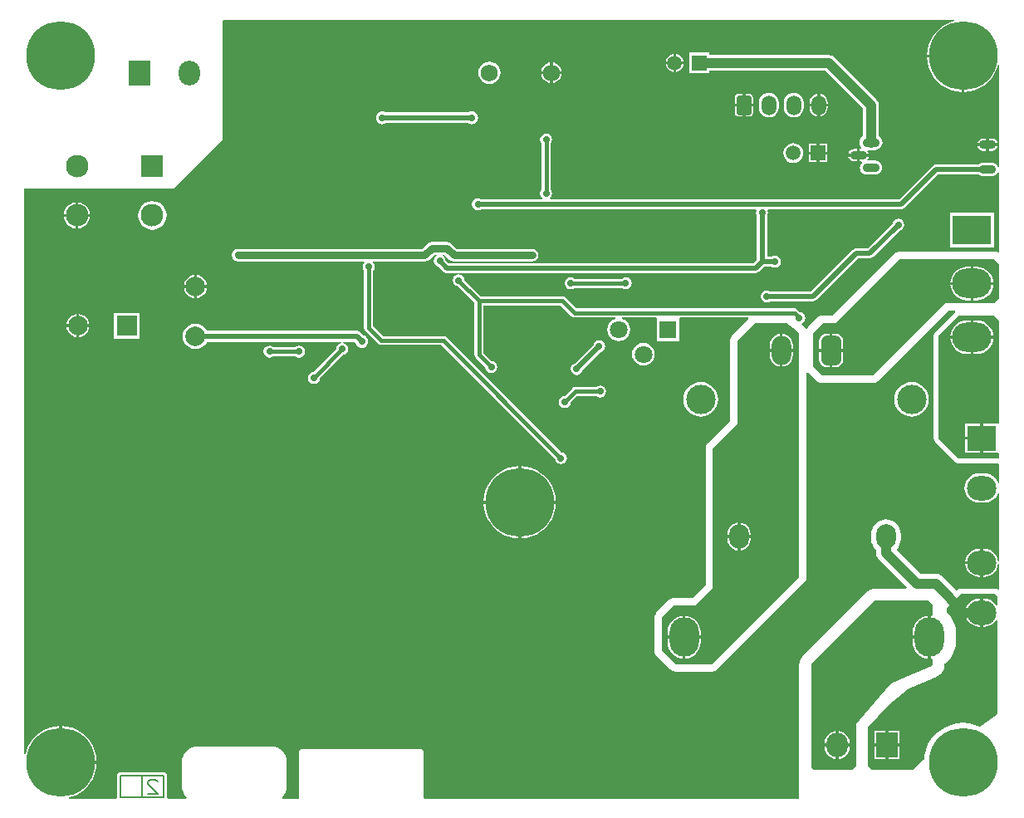
<source format=gbl>
G04 Layer_Physical_Order=2*
G04 Layer_Color=12500520*
%FSLAX43Y43*%
%MOMM*%
G71*
G01*
G75*
%ADD33C,1.000*%
%ADD34C,0.500*%
%ADD35C,0.400*%
%ADD36C,0.750*%
%ADD37C,0.200*%
%ADD45C,7.000*%
%ADD46C,3.000*%
%ADD47R,1.800X1.800*%
%ADD48C,1.800*%
%ADD49O,2.200X2.500*%
%ADD50R,2.200X2.500*%
G04:AMPARAMS|DCode=51|XSize=1.5mm|YSize=2mm|CornerRadius=0.225mm|HoleSize=0mm|Usage=FLASHONLY|Rotation=0.000|XOffset=0mm|YOffset=0mm|HoleType=Round|Shape=RoundedRectangle|*
%AMROUNDEDRECTD51*
21,1,1.500,1.550,0,0,0.0*
21,1,1.050,2.000,0,0,0.0*
1,1,0.450,0.525,-0.775*
1,1,0.450,-0.525,-0.775*
1,1,0.450,-0.525,0.775*
1,1,0.450,0.525,0.775*
%
%ADD51ROUNDEDRECTD51*%
%ADD52O,1.500X2.000*%
%ADD53O,1.750X0.900*%
%ADD54C,1.750*%
%ADD55R,3.000X2.500*%
%ADD56O,3.000X2.500*%
%ADD57R,4.000X3.000*%
%ADD58O,4.000X3.000*%
%ADD59C,2.300*%
%ADD60R,2.300X2.300*%
%ADD61O,3.000X4.000*%
%ADD62C,2.000*%
%ADD63O,2.000X3.000*%
G04:AMPARAMS|DCode=64|XSize=2mm|YSize=3mm|CornerRadius=0.5mm|HoleSize=0mm|Usage=FLASHONLY|Rotation=180.000|XOffset=0mm|YOffset=0mm|HoleType=Round|Shape=RoundedRectangle|*
%AMROUNDEDRECTD64*
21,1,2.000,2.000,0,0,180.0*
21,1,1.000,3.000,0,0,180.0*
1,1,1.000,-0.500,1.000*
1,1,1.000,0.500,1.000*
1,1,1.000,0.500,-1.000*
1,1,1.000,-0.500,-1.000*
%
%ADD64ROUNDEDRECTD64*%
%ADD65R,1.500X1.500*%
%ADD66C,1.500*%
%ADD67R,2.000X2.000*%
%ADD68O,2.000X2.500*%
%ADD69C,0.700*%
G36*
X149033Y113005D02*
X149033D01*
X149300Y112800D01*
X149300Y112800D01*
X149300Y112800D01*
Y108721D01*
X149300Y108721D01*
X149300D01*
Y87950D01*
X149294Y87903D01*
X149265Y87865D01*
X144600Y83200D01*
X140400Y79000D01*
X136700Y79000D01*
X135300Y80400D01*
X135300Y83750D01*
X135306Y83797D01*
X135335Y83835D01*
X136465Y84965D01*
X136503Y84994D01*
X136550Y85000D01*
X138700Y85000D01*
X140500Y86800D01*
X140500Y100950D01*
X140506Y100997D01*
X140535Y101035D01*
X142778Y103278D01*
X142778Y103278D01*
X142778Y103278D01*
X143000Y103500D01*
Y111950D01*
X143006Y111997D01*
X143035Y112035D01*
X144675Y113675D01*
X144675Y113675D01*
X144675Y113675D01*
X144675Y113675D01*
X144800Y113800D01*
X148000D01*
X149033Y113005D01*
D02*
G37*
G36*
X165140Y144573D02*
X164861Y144506D01*
X164326Y144285D01*
X163833Y143982D01*
X163393Y143607D01*
X163018Y143167D01*
X162715Y142674D01*
X162494Y142139D01*
X162359Y141577D01*
X162325Y141150D01*
X166000D01*
Y141000D01*
X166150D01*
Y137325D01*
X166577Y137359D01*
X167139Y137494D01*
X167674Y137715D01*
X168167Y138018D01*
X168607Y138393D01*
X168982Y138833D01*
X169285Y139326D01*
X169506Y139861D01*
X169573Y140140D01*
X169700Y140125D01*
Y129730D01*
X169573Y129705D01*
X169540Y129785D01*
X169427Y129932D01*
X169280Y130045D01*
X169109Y130116D01*
X168925Y130140D01*
X168075D01*
X167891Y130116D01*
X167720Y130045D01*
X167588Y129944D01*
X163230D01*
X163033Y129905D01*
X162867Y129793D01*
X159487Y126414D01*
X123939D01*
X123900Y126541D01*
X123935Y126565D01*
X124069Y126764D01*
X124116Y127000D01*
X124069Y127236D01*
X123963Y127394D01*
Y132106D01*
X124069Y132264D01*
X124116Y132500D01*
X124069Y132736D01*
X123935Y132935D01*
X123736Y133069D01*
X123500Y133116D01*
X123264Y133069D01*
X123065Y132935D01*
X122931Y132736D01*
X122884Y132500D01*
X122931Y132264D01*
X123037Y132106D01*
Y127394D01*
X122931Y127236D01*
X122884Y127000D01*
X122931Y126764D01*
X123065Y126565D01*
X123100Y126541D01*
X123061Y126414D01*
X116868D01*
X116786Y126469D01*
X116550Y126516D01*
X116314Y126469D01*
X116115Y126335D01*
X115981Y126136D01*
X115934Y125900D01*
X115981Y125664D01*
X116115Y125465D01*
X116314Y125331D01*
X116550Y125284D01*
X116786Y125331D01*
X116868Y125386D01*
X144897D01*
X144957Y125274D01*
X144931Y125236D01*
X144884Y125000D01*
X144931Y124764D01*
X144986Y124682D01*
Y120238D01*
X144662Y119914D01*
X113563D01*
X113238Y120238D01*
X113219Y120336D01*
X113085Y120535D01*
X112941Y120632D01*
X112980Y120759D01*
X113134D01*
X113646Y120246D01*
X113855Y120107D01*
X114100Y120059D01*
X122050D01*
X122295Y120107D01*
X122503Y120246D01*
X122642Y120455D01*
X122691Y120700D01*
X122642Y120945D01*
X122503Y121153D01*
X122295Y121292D01*
X122050Y121341D01*
X114366D01*
X113853Y121853D01*
X113645Y121992D01*
X113400Y122041D01*
X111800D01*
X111555Y121992D01*
X111346Y121853D01*
X110834Y121341D01*
X92100D01*
X91855Y121292D01*
X91646Y121153D01*
X91507Y120945D01*
X91459Y120700D01*
X91507Y120455D01*
X91646Y120246D01*
X91855Y120107D01*
X92100Y120059D01*
X104929D01*
X104935Y120039D01*
X104959Y119932D01*
X104831Y119741D01*
X104784Y119505D01*
X104831Y119269D01*
X104937Y119111D01*
Y113300D01*
X104937Y113300D01*
X104972Y113123D01*
X105073Y112973D01*
X106373Y111673D01*
X106373Y111673D01*
X106523Y111572D01*
X106700Y111537D01*
X106700Y111537D01*
X112808D01*
X124394Y99952D01*
X124431Y99764D01*
X124565Y99565D01*
X124764Y99431D01*
X125000Y99384D01*
X125236Y99431D01*
X125435Y99565D01*
X125569Y99764D01*
X125616Y100000D01*
X125569Y100236D01*
X125435Y100435D01*
X125236Y100569D01*
X125048Y100606D01*
X113327Y112327D01*
X113177Y112428D01*
X113177D01*
X113177Y112428D01*
X113000Y112463D01*
X113000Y112463D01*
X106892D01*
X105863Y113492D01*
Y119111D01*
X105969Y119269D01*
X106016Y119505D01*
X105969Y119741D01*
X105841Y119932D01*
X105865Y120039D01*
X105871Y120059D01*
X111100D01*
X111345Y120107D01*
X111553Y120246D01*
X112066Y120759D01*
X112320D01*
X112359Y120632D01*
X112215Y120535D01*
X112081Y120336D01*
X112034Y120100D01*
X112081Y119864D01*
X112215Y119665D01*
X112414Y119531D01*
X112512Y119512D01*
X112987Y119037D01*
X113153Y118925D01*
X113350Y118886D01*
X144875D01*
X145072Y118925D01*
X145238Y119037D01*
X145713Y119511D01*
X146482D01*
X146564Y119456D01*
X146800Y119409D01*
X147036Y119456D01*
X147235Y119590D01*
X147369Y119789D01*
X147416Y120025D01*
X147369Y120261D01*
X147235Y120460D01*
X147036Y120594D01*
X146800Y120641D01*
X146564Y120594D01*
X146482Y120539D01*
X146014D01*
Y124682D01*
X146069Y124764D01*
X146116Y125000D01*
X146069Y125236D01*
X146043Y125274D01*
X146103Y125386D01*
X159700D01*
X159897Y125425D01*
X160063Y125537D01*
X163443Y128916D01*
X167588D01*
X167720Y128815D01*
X167891Y128744D01*
X168075Y128720D01*
X168925D01*
X169109Y128744D01*
X169280Y128815D01*
X169427Y128928D01*
X169540Y129075D01*
X169573Y129155D01*
X169700Y129130D01*
Y121005D01*
X169586Y120949D01*
X169578Y120955D01*
X169396Y121031D01*
X169200Y121056D01*
X159500D01*
X159304Y121031D01*
X159251Y121009D01*
X159122Y120955D01*
X158965Y120835D01*
X152687Y114556D01*
X151700D01*
X151504Y114531D01*
X151451Y114509D01*
X151322Y114455D01*
X151165Y114335D01*
X150165Y113335D01*
X150076Y113219D01*
X150048Y113209D01*
X149952Y113209D01*
X149925Y113218D01*
X149900Y113260D01*
X149900Y113260D01*
X149900Y113261D01*
X149900Y113261D01*
X149866Y113295D01*
X149837Y113333D01*
X149837Y113333D01*
X149836Y113334D01*
X149835Y113335D01*
X149796Y113365D01*
X149761Y113400D01*
X149506Y113596D01*
X149505Y113649D01*
X149523Y113729D01*
X149536Y113731D01*
X149735Y113865D01*
X149869Y114064D01*
X149916Y114300D01*
X149869Y114536D01*
X149735Y114735D01*
X149536Y114869D01*
X149348Y114906D01*
X149127Y115127D01*
X148977Y115228D01*
X148800Y115263D01*
X148800Y115263D01*
X126592D01*
X125477Y116377D01*
X125327Y116478D01*
X125150Y116513D01*
X125150Y116513D01*
X116852D01*
X115181Y118183D01*
X115144Y118371D01*
X115010Y118570D01*
X114811Y118704D01*
X114575Y118751D01*
X114339Y118704D01*
X114140Y118570D01*
X114006Y118371D01*
X113959Y118135D01*
X114006Y117899D01*
X114140Y117700D01*
X114339Y117566D01*
X114527Y117529D01*
X116197Y115858D01*
Y110540D01*
X116197Y110540D01*
X116232Y110363D01*
X116333Y110213D01*
X117294Y109252D01*
X117331Y109064D01*
X117465Y108865D01*
X117664Y108731D01*
X117900Y108684D01*
X118136Y108731D01*
X118335Y108865D01*
X118469Y109064D01*
X118516Y109300D01*
X118469Y109536D01*
X118335Y109735D01*
X118136Y109869D01*
X117948Y109906D01*
X117123Y110732D01*
Y115587D01*
X124958D01*
X126073Y114473D01*
X126073Y114473D01*
X126223Y114372D01*
X126400Y114337D01*
X130539D01*
X130564Y114210D01*
X130318Y114108D01*
X130077Y113923D01*
X129892Y113682D01*
X129776Y113401D01*
X129736Y113100D01*
X129776Y112799D01*
X129892Y112518D01*
X130077Y112277D01*
X130318Y112092D01*
X130599Y111976D01*
X130900Y111936D01*
X131201Y111976D01*
X131482Y112092D01*
X131723Y112277D01*
X131908Y112518D01*
X132024Y112799D01*
X132064Y113100D01*
X132024Y113401D01*
X131908Y113682D01*
X131723Y113923D01*
X131482Y114108D01*
X131236Y114210D01*
X131261Y114337D01*
X134653D01*
X134746Y114254D01*
X134746Y114210D01*
Y111946D01*
X137054D01*
Y114210D01*
X137054Y114254D01*
X137147Y114337D01*
X137147Y114337D01*
X144088D01*
X144140Y114210D01*
X144140Y114210D01*
X142500Y112570D01*
X142470Y112531D01*
X142435Y112496D01*
X142406Y112458D01*
X142381Y112415D01*
X142380Y112413D01*
X142379Y112411D01*
X142307Y112287D01*
X142270Y112148D01*
X142269Y112146D01*
X142269Y112144D01*
X142256Y112096D01*
X142250Y112049D01*
Y112000D01*
X142244Y111950D01*
Y103813D01*
X142244Y103813D01*
X140000Y101570D01*
X139970Y101531D01*
X139935Y101496D01*
X139906Y101458D01*
X139881Y101415D01*
X139880Y101413D01*
X139879Y101411D01*
X139807Y101287D01*
X139770Y101148D01*
X139769Y101146D01*
X139769Y101144D01*
X139756Y101096D01*
X139750Y101049D01*
Y101000D01*
X139744Y100950D01*
X139744Y87113D01*
X138387Y85756D01*
X136550Y85756D01*
X136500Y85750D01*
X136451D01*
X136404Y85744D01*
X136404D01*
X136404D01*
X136404Y85744D01*
X136356Y85731D01*
X136354Y85731D01*
X136352Y85730D01*
X136320Y85721D01*
X136213Y85693D01*
X136213Y85693D01*
X136213Y85693D01*
X136130Y85645D01*
X136089Y85621D01*
X136087Y85620D01*
X136085Y85619D01*
X136042Y85594D01*
X136004Y85565D01*
X135969Y85530D01*
X135930Y85500D01*
X134800Y84370D01*
X134770Y84331D01*
X134735Y84296D01*
X134706Y84258D01*
X134706Y84258D01*
X134706Y84258D01*
X134681Y84215D01*
X134680Y84213D01*
X134679Y84211D01*
X134664Y84184D01*
X134607Y84087D01*
X134607Y84087D01*
X134602Y84068D01*
X134570Y83948D01*
X134569Y83946D01*
X134569Y83944D01*
X134556Y83896D01*
Y83896D01*
X134556Y83896D01*
X134550Y83849D01*
X134550Y83800D01*
X134544Y83750D01*
X134544Y80400D01*
Y80400D01*
Y80400D01*
X134569Y80204D01*
X134645Y80022D01*
X134765Y79865D01*
X136165Y78465D01*
X136274Y78381D01*
X136322Y78345D01*
X136322Y78345D01*
X136353Y78332D01*
X136504Y78269D01*
X136700Y78244D01*
X140400Y78244D01*
X140596Y78269D01*
X140671Y78301D01*
X140778Y78345D01*
X140935Y78465D01*
X145135Y82665D01*
X149800Y87330D01*
X149830Y87369D01*
X149865Y87404D01*
X149894Y87442D01*
X149894Y87442D01*
X149894Y87442D01*
X149919Y87485D01*
X149920Y87487D01*
X149921Y87489D01*
X149957Y87550D01*
X149993Y87613D01*
Y87613D01*
X149993Y87613D01*
X150030Y87752D01*
X150031Y87754D01*
X150031Y87756D01*
X150044Y87804D01*
X150050Y87851D01*
Y87900D01*
X150056Y87950D01*
Y108698D01*
X150111Y108732D01*
X150183Y108747D01*
X151065Y107865D01*
X151222Y107745D01*
X151404Y107669D01*
X151600Y107644D01*
X156800D01*
X156996Y107669D01*
X157049Y107691D01*
X157178Y107745D01*
X157335Y107865D01*
X164513Y115044D01*
X165185D01*
X165223Y114917D01*
X165139Y114860D01*
X163139Y112860D01*
X163029Y112695D01*
X162990Y112500D01*
X162990Y102000D01*
X163023Y101837D01*
X163029Y101805D01*
X163140Y101640D01*
X165140Y99640D01*
X165305Y99529D01*
X165500Y99490D01*
X169573Y99490D01*
X169700Y99363D01*
Y97469D01*
X169573Y97450D01*
X169546Y97538D01*
X169407Y97800D01*
X169219Y98029D01*
X168990Y98217D01*
X168728Y98356D01*
X168445Y98442D01*
X168150Y98471D01*
X167650D01*
X167355Y98442D01*
X167072Y98356D01*
X166810Y98217D01*
X166581Y98029D01*
X166393Y97800D01*
X166254Y97538D01*
X166168Y97255D01*
X166139Y96960D01*
X166168Y96665D01*
X166254Y96382D01*
X166393Y96120D01*
X166581Y95891D01*
X166810Y95703D01*
X167072Y95564D01*
X167355Y95478D01*
X167650Y95449D01*
X168150D01*
X168445Y95478D01*
X168728Y95564D01*
X168990Y95703D01*
X169219Y95891D01*
X169407Y96120D01*
X169546Y96382D01*
X169573Y96470D01*
X169700Y96451D01*
Y89457D01*
X169573Y89449D01*
X169538Y89712D01*
X169395Y90059D01*
X169166Y90356D01*
X168869Y90585D01*
X168522Y90728D01*
X168150Y90777D01*
X168050D01*
Y89340D01*
Y87903D01*
X168150D01*
X168522Y87952D01*
X168869Y88095D01*
X169166Y88324D01*
X169395Y88621D01*
X169538Y88968D01*
X169573Y89231D01*
X169700Y89223D01*
Y86700D01*
X169560Y86560D01*
X169560Y86560D01*
X169395Y86671D01*
X169200Y86710D01*
X165800D01*
X165605Y86671D01*
X165440Y86560D01*
X165379Y86500D01*
X165326D01*
X163913Y87913D01*
X163704Y88073D01*
X163461Y88174D01*
X163200Y88209D01*
X161718D01*
X159228Y90699D01*
X159403Y90913D01*
X159543Y91173D01*
X159628Y91456D01*
X159657Y91750D01*
Y92250D01*
X159628Y92544D01*
X159543Y92827D01*
X159403Y93087D01*
X159216Y93316D01*
X158987Y93503D01*
X158727Y93643D01*
X158444Y93728D01*
X158150Y93757D01*
X157856Y93728D01*
X157573Y93643D01*
X157313Y93503D01*
X157084Y93316D01*
X156897Y93087D01*
X156757Y92827D01*
X156672Y92544D01*
X156643Y92250D01*
Y91750D01*
X156672Y91456D01*
X156757Y91173D01*
X156897Y90913D01*
X157084Y90684D01*
X157141Y90637D01*
Y90350D01*
X157176Y90089D01*
X157277Y89846D01*
X157437Y89637D01*
X160246Y86828D01*
X160212Y86745D01*
X160184Y86710D01*
X157079Y86710D01*
X157001Y86700D01*
X156921D01*
X156846Y86690D01*
X156769Y86670D01*
X156766Y86669D01*
X156763Y86668D01*
X156541Y86608D01*
X156342Y86493D01*
X156339Y86492D01*
X156336Y86490D01*
X156267Y86450D01*
X156207Y86404D01*
X156151Y86348D01*
X156088Y86300D01*
X154545Y84757D01*
X154545Y84757D01*
X149700Y79912D01*
X149678Y79883D01*
X149650Y79859D01*
X149642Y79847D01*
X149632Y79838D01*
X149574Y79747D01*
X149508Y79661D01*
X149494Y79628D01*
X149474Y79597D01*
X149469Y79584D01*
X149461Y79572D01*
X149408Y79459D01*
X149399Y79431D01*
X149385Y79406D01*
X149352Y79286D01*
X149331Y79234D01*
X149327Y79206D01*
X149312Y79158D01*
X149310Y79129D01*
X149303Y79101D01*
X149300Y79079D01*
X149300Y78999D01*
X149290Y78921D01*
Y68579D01*
Y68500D01*
Y68500D01*
Y68500D01*
X149300Y68421D01*
Y65300D01*
X111162D01*
X111035Y65427D01*
Y70000D01*
X111010Y70128D01*
X110937Y70237D01*
X110828Y70310D01*
X110700Y70335D01*
X98600D01*
X98472Y70310D01*
X98363Y70237D01*
X98290Y70128D01*
X98265Y70000D01*
Y65300D01*
X98265Y65300D01*
X96604D01*
X96562Y65420D01*
X96572Y65428D01*
X96769Y65668D01*
X96916Y65943D01*
X97006Y66240D01*
X97037Y66550D01*
X97035D01*
Y69050D01*
X97037D01*
X97006Y69360D01*
X96916Y69657D01*
X96769Y69931D01*
X96572Y70172D01*
X96331Y70369D01*
X96057Y70516D01*
X95760Y70606D01*
X95450Y70637D01*
Y70635D01*
X87950D01*
Y70637D01*
X87640Y70606D01*
X87343Y70516D01*
X87068Y70369D01*
X86828Y70172D01*
X86631Y69931D01*
X86484Y69657D01*
X86394Y69360D01*
X86363Y69050D01*
X86365D01*
Y66550D01*
X86363D01*
X86394Y66240D01*
X86484Y65943D01*
X86631Y65668D01*
X86828Y65428D01*
X86838Y65420D01*
X86796Y65300D01*
X84941D01*
X84901Y65349D01*
X84861Y65427D01*
Y67600D01*
X84833Y67738D01*
X84755Y67855D01*
X84638Y67933D01*
X84500Y67961D01*
X80100D01*
X79962Y67933D01*
X79845Y67855D01*
X79767Y67738D01*
X79739Y67600D01*
Y65400D01*
X79739Y65398D01*
X79659Y65300D01*
X74875D01*
X74860Y65427D01*
X75139Y65494D01*
X75674Y65715D01*
X76167Y66018D01*
X76607Y66393D01*
X76982Y66833D01*
X77285Y67326D01*
X77506Y67861D01*
X77641Y68423D01*
X77675Y68850D01*
X74000D01*
Y69000D01*
X73850D01*
Y72675D01*
X73423Y72641D01*
X72861Y72506D01*
X72326Y72285D01*
X71833Y71982D01*
X71393Y71607D01*
X71018Y71167D01*
X70715Y70674D01*
X70494Y70139D01*
X70427Y69860D01*
X70300Y69875D01*
X70300Y127500D01*
X85500Y127500D01*
X90500Y132500D01*
X90500Y144610D01*
X90590Y144700D01*
X165125Y144700D01*
X165140Y144573D01*
D02*
G37*
G36*
X169500Y85900D02*
Y85039D01*
X169373Y85007D01*
X169166Y85276D01*
X168869Y85505D01*
X168522Y85648D01*
X168150Y85697D01*
X168050D01*
Y84260D01*
Y82823D01*
X168150D01*
X168522Y82872D01*
X168869Y83015D01*
X169166Y83244D01*
X169373Y83513D01*
X169500Y83481D01*
X169500Y73860D01*
X167723Y72616D01*
X167240Y72816D01*
X166628Y72963D01*
X166000Y73012D01*
X165372Y72963D01*
X164760Y72816D01*
X164178Y72575D01*
X163642Y72246D01*
X163163Y71837D01*
X162754Y71358D01*
X162425Y70822D01*
X162184Y70240D01*
X162037Y69628D01*
X162008Y69264D01*
X161900Y69200D01*
X160900Y68200D01*
X156700D01*
X156300Y68600D01*
Y72000D01*
Y72000D01*
X156310Y72079D01*
Y72079D01*
Y72499D01*
Y72499D01*
Y72536D01*
X158404Y74862D01*
X160397Y76439D01*
X160695Y76574D01*
X163285Y77746D01*
X163296Y77752D01*
X163363Y77783D01*
X163405Y77809D01*
X163420Y77814D01*
X163420Y77814D01*
X163450Y77835D01*
X163484Y77849D01*
X163532Y77886D01*
X163601Y77925D01*
X163608Y77931D01*
X163615Y77936D01*
X163624Y77945D01*
X163632Y77950D01*
X163651Y77970D01*
X163682Y77991D01*
X163700Y78012D01*
X163717Y78024D01*
X163724Y78033D01*
X163735Y78041D01*
X163745Y78051D01*
X163793Y78114D01*
X163839Y78160D01*
X163860Y78197D01*
X163889Y78230D01*
X163894Y78240D01*
X163917Y78269D01*
X163925Y78286D01*
X163937Y78302D01*
X163969Y78378D01*
X163996Y78422D01*
X164015Y78484D01*
X164047Y78557D01*
X164052Y78570D01*
X164054Y78583D01*
X164058Y78593D01*
X164064Y78638D01*
X164069Y78651D01*
X164072Y78675D01*
X164087Y78725D01*
X164094Y78768D01*
X164097Y78848D01*
X164103Y78882D01*
X164102Y78884D01*
X164110Y78931D01*
X164110Y78932D01*
X164108Y78948D01*
X164110Y78964D01*
Y79040D01*
X164142Y79059D01*
X164465Y79335D01*
X164741Y79658D01*
X164963Y80020D01*
X165126Y80413D01*
X165225Y80826D01*
X165258Y81250D01*
Y82250D01*
X165225Y82674D01*
X165126Y83087D01*
X164963Y83480D01*
X164741Y83842D01*
X164465Y84165D01*
X164300Y84306D01*
X164300Y84700D01*
X165800Y86200D01*
X169200D01*
X169500Y85900D01*
D02*
G37*
G36*
X169700Y119800D02*
Y116300D01*
X169200Y115800D01*
X164200Y115800D01*
X156800Y108400D01*
X151600D01*
X150700Y109300D01*
Y112800D01*
X151700Y113800D01*
X153000D01*
X159500Y120300D01*
X169200D01*
X169700Y119800D01*
D02*
G37*
G36*
Y114000D02*
Y103555D01*
X169600Y103490D01*
X169573Y103490D01*
X168050D01*
Y102040D01*
Y100590D01*
X169573D01*
X169600Y100590D01*
X169700Y100525D01*
Y100000D01*
X165500Y100000D01*
X163500Y102000D01*
X163500Y112500D01*
X165500Y114500D01*
X169200Y114500D01*
X169700Y114000D01*
D02*
G37*
G36*
X160197Y85500D02*
X160197D01*
X161217D01*
X161300Y85492D01*
X162492D01*
X162900Y85084D01*
Y84022D01*
X162773Y83911D01*
X162700Y83918D01*
Y81750D01*
Y79582D01*
X162773Y79589D01*
X162900Y79478D01*
Y79040D01*
Y78964D01*
X162900Y78964D01*
X162893Y78920D01*
X162889Y78907D01*
X162879Y78897D01*
X162879Y78897D01*
X162871Y78891D01*
X162864Y78886D01*
X162797Y78855D01*
X162786Y78849D01*
X160196Y77677D01*
X158700Y77000D01*
X157505Y75672D01*
X157505Y75672D01*
X155411Y73345D01*
X155411Y73345D01*
X155100Y73000D01*
Y72536D01*
Y72536D01*
Y72499D01*
Y72499D01*
Y72079D01*
Y72079D01*
X155090Y72000D01*
Y72000D01*
Y68600D01*
X155091Y68591D01*
X154700Y68200D01*
X150800D01*
X150500Y68500D01*
Y68579D01*
Y78921D01*
X150503Y78943D01*
X150556Y79056D01*
X150556D01*
X150556Y79056D01*
X155401Y83901D01*
X156944Y85444D01*
X157004Y85490D01*
X157079Y85500D01*
X160197Y85500D01*
D02*
G37*
%LPC*%
G36*
X128900Y112016D02*
X128664Y111969D01*
X128465Y111835D01*
X128331Y111636D01*
X128312Y111538D01*
X126462Y109688D01*
X126364Y109669D01*
X126165Y109535D01*
X126031Y109336D01*
X125984Y109100D01*
X126031Y108864D01*
X126165Y108665D01*
X126364Y108531D01*
X126600Y108484D01*
X126836Y108531D01*
X127035Y108665D01*
X127169Y108864D01*
X127188Y108962D01*
X129038Y110812D01*
X129136Y110831D01*
X129335Y110965D01*
X129469Y111164D01*
X129516Y111400D01*
X129469Y111636D01*
X129335Y111835D01*
X129136Y111969D01*
X128900Y112016D01*
D02*
G37*
G36*
X153746Y110850D02*
X152690D01*
Y109294D01*
X153040D01*
X153223Y109318D01*
X153393Y109389D01*
X153539Y109501D01*
X153651Y109647D01*
X153722Y109817D01*
X153746Y110000D01*
Y110850D01*
D02*
G37*
G36*
X152390D02*
X151334D01*
Y110000D01*
X151358Y109817D01*
X151429Y109647D01*
X151541Y109501D01*
X151687Y109389D01*
X151857Y109318D01*
X152040Y109294D01*
X152390D01*
Y110850D01*
D02*
G37*
G36*
X167750Y103490D02*
X166200D01*
Y102190D01*
X167750D01*
Y103490D01*
D02*
G37*
G36*
Y101890D02*
X166200D01*
Y100590D01*
X167750D01*
Y101890D01*
D02*
G37*
G36*
X139250Y107762D02*
X138906Y107729D01*
X138576Y107628D01*
X138271Y107465D01*
X138004Y107246D01*
X137785Y106979D01*
X137622Y106674D01*
X137521Y106344D01*
X137488Y106000D01*
X137521Y105656D01*
X137622Y105326D01*
X137785Y105021D01*
X138004Y104754D01*
X138271Y104535D01*
X138576Y104372D01*
X138906Y104271D01*
X139250Y104238D01*
X139594Y104271D01*
X139924Y104372D01*
X140229Y104535D01*
X140496Y104754D01*
X140715Y105021D01*
X140878Y105326D01*
X140979Y105656D01*
X141012Y106000D01*
X140979Y106344D01*
X140878Y106674D01*
X140715Y106979D01*
X140496Y107246D01*
X140229Y107465D01*
X139924Y107628D01*
X139594Y107729D01*
X139250Y107762D01*
D02*
G37*
G36*
X129000Y107416D02*
X128764Y107369D01*
X128606Y107263D01*
X126450D01*
X126450Y107263D01*
X126273Y107228D01*
X126123Y107127D01*
X126123Y107127D01*
X125352Y106356D01*
X125164Y106319D01*
X124965Y106185D01*
X124831Y105986D01*
X124784Y105750D01*
X124831Y105514D01*
X124965Y105315D01*
X125164Y105181D01*
X125400Y105134D01*
X125636Y105181D01*
X125835Y105315D01*
X125969Y105514D01*
X126006Y105702D01*
X126642Y106337D01*
X128606D01*
X128764Y106231D01*
X129000Y106184D01*
X129236Y106231D01*
X129435Y106365D01*
X129569Y106564D01*
X129616Y106800D01*
X129569Y107036D01*
X129435Y107235D01*
X129236Y107369D01*
X129000Y107416D01*
D02*
G37*
G36*
X160750Y107762D02*
X160406Y107729D01*
X160076Y107628D01*
X159771Y107465D01*
X159504Y107246D01*
X159285Y106979D01*
X159122Y106674D01*
X159021Y106344D01*
X158988Y106000D01*
X159021Y105656D01*
X159122Y105326D01*
X159285Y105021D01*
X159504Y104754D01*
X159771Y104535D01*
X160076Y104372D01*
X160406Y104271D01*
X160750Y104238D01*
X161094Y104271D01*
X161424Y104372D01*
X161729Y104535D01*
X161996Y104754D01*
X162215Y105021D01*
X162378Y105326D01*
X162479Y105656D01*
X162512Y106000D01*
X162479Y106344D01*
X162378Y106674D01*
X162215Y106979D01*
X161996Y107246D01*
X161729Y107465D01*
X161424Y107628D01*
X161094Y107729D01*
X160750Y107762D01*
D02*
G37*
G36*
X148645Y110850D02*
X147610D01*
Y109335D01*
X147767Y109355D01*
X148053Y109474D01*
X148298Y109662D01*
X148486Y109907D01*
X148605Y110193D01*
X148645Y110500D01*
Y110850D01*
D02*
G37*
G36*
X98300Y111491D02*
X98064Y111444D01*
X97906Y111338D01*
X95694D01*
X95536Y111444D01*
X95300Y111491D01*
X95064Y111444D01*
X94865Y111310D01*
X94731Y111111D01*
X94684Y110875D01*
X94731Y110639D01*
X94865Y110440D01*
X95064Y110306D01*
X95300Y110259D01*
X95536Y110306D01*
X95694Y110412D01*
X97906D01*
X98064Y110306D01*
X98300Y110259D01*
X98536Y110306D01*
X98735Y110440D01*
X98869Y110639D01*
X98916Y110875D01*
X98869Y111111D01*
X98735Y111310D01*
X98536Y111444D01*
X98300Y111491D01*
D02*
G37*
G36*
X87750Y113731D02*
X87411Y113687D01*
X87094Y113556D01*
X86823Y113347D01*
X86614Y113076D01*
X86483Y112759D01*
X86439Y112420D01*
X86483Y112081D01*
X86614Y111764D01*
X86823Y111493D01*
X87094Y111284D01*
X87411Y111153D01*
X87750Y111109D01*
X88089Y111153D01*
X88406Y111284D01*
X88677Y111493D01*
X88886Y111764D01*
X88925Y111859D01*
X102644D01*
X102656Y111742D01*
X102656Y111736D01*
X102657Y111733D01*
X102657Y111732D01*
X102623Y111725D01*
X102623D01*
X102623D01*
X102464Y111694D01*
X102265Y111560D01*
X102131Y111361D01*
X102088Y111142D01*
X99752Y108806D01*
X99564Y108769D01*
X99365Y108635D01*
X99231Y108436D01*
X99184Y108200D01*
X99231Y107964D01*
X99365Y107765D01*
X99564Y107631D01*
X99800Y107584D01*
X100036Y107631D01*
X100235Y107765D01*
X100369Y107964D01*
X100406Y108152D01*
X102780Y110525D01*
X102936Y110556D01*
X103135Y110690D01*
X103269Y110889D01*
X103316Y111125D01*
X103269Y111361D01*
X103135Y111560D01*
X102936Y111694D01*
X102777Y111725D01*
Y111725D01*
X102777Y111725D01*
X102743Y111732D01*
X102743Y111733D01*
X102744Y111736D01*
X102744Y111742D01*
X102756Y111859D01*
X103948D01*
X104065Y111742D01*
X104067Y111730D01*
X104132Y111572D01*
X104236Y111436D01*
X104372Y111332D01*
X104530Y111267D01*
X104700Y111244D01*
X104870Y111267D01*
X105028Y111332D01*
X105164Y111436D01*
X105268Y111572D01*
X105333Y111730D01*
X105356Y111900D01*
X105333Y112070D01*
X105268Y112228D01*
X105164Y112364D01*
X105028Y112468D01*
X104870Y112533D01*
X104858Y112535D01*
X104577Y112816D01*
X104395Y112938D01*
X104180Y112981D01*
X88925D01*
X88886Y113076D01*
X88677Y113347D01*
X88406Y113556D01*
X88089Y113687D01*
X87750Y113731D01*
D02*
G37*
G36*
X153040Y112706D02*
X152690D01*
Y111150D01*
X153746D01*
Y112000D01*
X153722Y112183D01*
X153651Y112353D01*
X153539Y112499D01*
X153393Y112611D01*
X153223Y112682D01*
X153040Y112706D01*
D02*
G37*
G36*
X75600Y113350D02*
X74585D01*
X74605Y113193D01*
X74724Y112907D01*
X74912Y112662D01*
X75157Y112474D01*
X75443Y112355D01*
X75600Y112335D01*
Y113350D01*
D02*
G37*
G36*
X76915D02*
X75900D01*
Y112335D01*
X76057Y112355D01*
X76343Y112474D01*
X76588Y112662D01*
X76776Y112907D01*
X76895Y113193D01*
X76915Y113350D01*
D02*
G37*
G36*
X82050Y114800D02*
X79450D01*
Y112200D01*
X82050D01*
Y114800D01*
D02*
G37*
G36*
X147610Y112665D02*
Y111150D01*
X148645D01*
Y111500D01*
X148605Y111807D01*
X148486Y112093D01*
X148298Y112338D01*
X148053Y112526D01*
X147767Y112645D01*
X147610Y112665D01*
D02*
G37*
G36*
X166750Y112189D02*
X164707D01*
X164725Y112006D01*
X164822Y111685D01*
X164980Y111390D01*
X165192Y111131D01*
X165451Y110919D01*
X165746Y110761D01*
X166067Y110664D01*
X166400Y110631D01*
X166750D01*
Y112189D01*
D02*
G37*
G36*
X133400Y111764D02*
X133099Y111724D01*
X132818Y111608D01*
X132577Y111423D01*
X132392Y111182D01*
X132276Y110901D01*
X132236Y110600D01*
X132276Y110299D01*
X132392Y110018D01*
X132577Y109777D01*
X132818Y109592D01*
X133099Y109476D01*
X133400Y109436D01*
X133701Y109476D01*
X133982Y109592D01*
X134223Y109777D01*
X134408Y110018D01*
X134524Y110299D01*
X134564Y110600D01*
X134524Y110901D01*
X134408Y111182D01*
X134223Y111423D01*
X133982Y111608D01*
X133701Y111724D01*
X133400Y111764D01*
D02*
G37*
G36*
X147310Y110850D02*
X146275D01*
Y110500D01*
X146315Y110193D01*
X146434Y109907D01*
X146622Y109662D01*
X146867Y109474D01*
X147153Y109355D01*
X147310Y109335D01*
Y110850D01*
D02*
G37*
G36*
Y112665D02*
X147153Y112645D01*
X146867Y112526D01*
X146622Y112338D01*
X146434Y112093D01*
X146315Y111807D01*
X146275Y111500D01*
Y111150D01*
X147310D01*
Y112665D01*
D02*
G37*
G36*
X152390Y112706D02*
X152040D01*
X151857Y112682D01*
X151687Y112611D01*
X151541Y112499D01*
X151429Y112353D01*
X151358Y112183D01*
X151334Y112000D01*
Y111150D01*
X152390D01*
Y112706D01*
D02*
G37*
G36*
X169093Y112189D02*
X167050D01*
Y110631D01*
X167400D01*
X167733Y110664D01*
X168054Y110761D01*
X168349Y110919D01*
X168608Y111131D01*
X168820Y111390D01*
X168978Y111685D01*
X169075Y112006D01*
X169093Y112189D01*
D02*
G37*
G36*
X120950Y99175D02*
Y95650D01*
X124475D01*
X124441Y96077D01*
X124306Y96639D01*
X124085Y97174D01*
X123782Y97667D01*
X123407Y98107D01*
X122967Y98482D01*
X122474Y98785D01*
X121939Y99006D01*
X121377Y99141D01*
X120950Y99175D01*
D02*
G37*
G36*
X137400Y81600D02*
X135867D01*
Y81250D01*
X135899Y80922D01*
X135995Y80606D01*
X136151Y80315D01*
X136360Y80060D01*
X136615Y79851D01*
X136906Y79695D01*
X137222Y79599D01*
X137400Y79582D01*
Y81600D01*
D02*
G37*
G36*
X153320Y72166D02*
Y70900D01*
X154456D01*
X154412Y71233D01*
X154284Y71543D01*
X154079Y71809D01*
X153813Y72014D01*
X153503Y72142D01*
X153320Y72166D01*
D02*
G37*
G36*
X159525Y72175D02*
X158400D01*
Y70900D01*
X159525D01*
Y72175D01*
D02*
G37*
G36*
X137400Y83918D02*
X137222Y83901D01*
X136906Y83805D01*
X136615Y83649D01*
X136360Y83440D01*
X136151Y83185D01*
X135995Y82894D01*
X135899Y82578D01*
X135867Y82250D01*
Y81900D01*
X137400D01*
Y83918D01*
D02*
G37*
G36*
X162400Y81600D02*
X160867D01*
Y81250D01*
X160899Y80922D01*
X160995Y80606D01*
X161151Y80315D01*
X161360Y80060D01*
X161615Y79851D01*
X161906Y79695D01*
X162222Y79599D01*
X162400Y79582D01*
Y81600D01*
D02*
G37*
G36*
X139233D02*
X137700D01*
Y79582D01*
X137878Y79599D01*
X138194Y79695D01*
X138485Y79851D01*
X138740Y80060D01*
X138949Y80315D01*
X139105Y80606D01*
X139201Y80922D01*
X139233Y81250D01*
Y81600D01*
D02*
G37*
G36*
X158100Y72175D02*
X156975D01*
Y70900D01*
X158100D01*
Y72175D01*
D02*
G37*
G36*
X159525Y70600D02*
X158400D01*
Y69325D01*
X159525D01*
Y70600D01*
D02*
G37*
G36*
X158100D02*
X156975D01*
Y69325D01*
X158100D01*
Y70600D01*
D02*
G37*
G36*
X74150Y72675D02*
Y69150D01*
X77675D01*
X77641Y69577D01*
X77506Y70139D01*
X77285Y70674D01*
X76982Y71167D01*
X76607Y71607D01*
X76167Y71982D01*
X75674Y72285D01*
X75139Y72506D01*
X74577Y72641D01*
X74150Y72675D01*
D02*
G37*
G36*
X153020Y72166D02*
X152837Y72142D01*
X152527Y72014D01*
X152261Y71809D01*
X152056Y71543D01*
X151928Y71233D01*
X151884Y70900D01*
D01*
X153020D01*
Y72166D01*
D02*
G37*
G36*
X154456Y70600D02*
X153320D01*
Y69334D01*
X153503Y69358D01*
X153813Y69486D01*
X154079Y69691D01*
X154284Y69957D01*
X154412Y70267D01*
X154456Y70600D01*
D01*
D02*
G37*
G36*
X153020D02*
X151884D01*
X151928Y70267D01*
X152056Y69957D01*
X152261Y69691D01*
X152527Y69486D01*
X152837Y69358D01*
X153020Y69334D01*
Y70600D01*
D02*
G37*
G36*
X124475Y95350D02*
X120950D01*
Y91825D01*
X121377Y91859D01*
X121939Y91994D01*
X122474Y92215D01*
X122967Y92518D01*
X123407Y92893D01*
X123782Y93333D01*
X124085Y93826D01*
X124306Y94361D01*
X124441Y94923D01*
X124475Y95350D01*
D02*
G37*
G36*
X120650D02*
X117125D01*
X117159Y94923D01*
X117294Y94361D01*
X117515Y93826D01*
X117818Y93333D01*
X118193Y92893D01*
X118633Y92518D01*
X119126Y92215D01*
X119661Y91994D01*
X120223Y91859D01*
X120650Y91825D01*
Y95350D01*
D02*
G37*
G36*
X144335Y91850D02*
X143300D01*
Y90585D01*
X143457Y90605D01*
X143743Y90724D01*
X143988Y90912D01*
X144176Y91157D01*
X144295Y91443D01*
X144335Y91750D01*
Y91850D01*
D02*
G37*
G36*
X120650Y99175D02*
X120223Y99141D01*
X119661Y99006D01*
X119126Y98785D01*
X118633Y98482D01*
X118193Y98107D01*
X117818Y97667D01*
X117515Y97174D01*
X117294Y96639D01*
X117159Y96077D01*
X117125Y95650D01*
X120650D01*
Y99175D01*
D02*
G37*
G36*
X143300Y93415D02*
Y92150D01*
X144335D01*
Y92250D01*
X144295Y92557D01*
X144176Y92843D01*
X143988Y93088D01*
X143743Y93276D01*
X143457Y93395D01*
X143300Y93415D01*
D02*
G37*
G36*
X143000D02*
X142843Y93395D01*
X142557Y93276D01*
X142312Y93088D01*
X142124Y92843D01*
X142005Y92557D01*
X141965Y92250D01*
Y92150D01*
X143000D01*
Y93415D01*
D02*
G37*
G36*
Y91850D02*
X141965D01*
Y91750D01*
X142005Y91443D01*
X142124Y91157D01*
X142312Y90912D01*
X142557Y90724D01*
X142843Y90605D01*
X143000Y90585D01*
Y91850D01*
D02*
G37*
G36*
X167750Y84110D02*
X166232D01*
X166262Y83888D01*
X166405Y83541D01*
X166634Y83244D01*
X166931Y83015D01*
X167278Y82872D01*
X167650Y82823D01*
X167750D01*
Y84110D01*
D02*
G37*
G36*
X162400Y83918D02*
X162222Y83901D01*
X161906Y83805D01*
X161615Y83649D01*
X161360Y83440D01*
X161151Y83185D01*
X160995Y82894D01*
X160899Y82578D01*
X160867Y82250D01*
Y81900D01*
X162400D01*
Y83918D01*
D02*
G37*
G36*
X137700D02*
Y81900D01*
X139233D01*
Y82250D01*
X139201Y82578D01*
X139105Y82894D01*
X138949Y83185D01*
X138740Y83440D01*
X138485Y83649D01*
X138194Y83805D01*
X137878Y83901D01*
X137700Y83918D01*
D02*
G37*
G36*
X167750Y90777D02*
X167650D01*
X167278Y90728D01*
X166931Y90585D01*
X166634Y90356D01*
X166405Y90059D01*
X166262Y89712D01*
X166232Y89490D01*
X167750D01*
Y90777D01*
D02*
G37*
G36*
Y89190D02*
X166232D01*
X166262Y88968D01*
X166405Y88621D01*
X166634Y88324D01*
X166931Y88095D01*
X167278Y87952D01*
X167650Y87903D01*
X167750D01*
Y89190D01*
D02*
G37*
G36*
Y85697D02*
X167650D01*
X167278Y85648D01*
X166931Y85505D01*
X166634Y85276D01*
X166405Y84979D01*
X166262Y84632D01*
X166232Y84410D01*
X167750D01*
Y85697D01*
D02*
G37*
G36*
X166750Y114047D02*
X166400D01*
X166067Y114014D01*
X165746Y113917D01*
X165451Y113759D01*
X165192Y113547D01*
X164980Y113288D01*
X164822Y112993D01*
X164725Y112672D01*
X164707Y112489D01*
X166750D01*
Y114047D01*
D02*
G37*
G36*
X151130Y135850D02*
X150347D01*
Y135750D01*
X150379Y135509D01*
X150472Y135283D01*
X150620Y135090D01*
X150814Y134942D01*
X151039Y134849D01*
X151130Y134837D01*
Y135850D01*
D02*
G37*
G36*
X144593D02*
X143810D01*
Y134817D01*
X144185D01*
X144341Y134848D01*
X144473Y134937D01*
X144562Y135069D01*
X144593Y135225D01*
Y135850D01*
D02*
G37*
G36*
X143510D02*
X142727D01*
Y135225D01*
X142758Y135069D01*
X142847Y134937D01*
X142979Y134848D01*
X143135Y134817D01*
X143510D01*
Y135850D01*
D02*
G37*
G36*
Y137183D02*
X143135D01*
X142979Y137152D01*
X142847Y137063D01*
X142758Y136931D01*
X142727Y136775D01*
Y136150D01*
X143510D01*
Y137183D01*
D02*
G37*
G36*
X115900Y135356D02*
X115730Y135333D01*
X115572Y135268D01*
X115563Y135261D01*
X107137D01*
X107128Y135268D01*
X106970Y135333D01*
X106800Y135356D01*
X106630Y135333D01*
X106472Y135268D01*
X106336Y135164D01*
X106232Y135028D01*
X106167Y134870D01*
X106144Y134700D01*
X106167Y134530D01*
X106232Y134372D01*
X106336Y134236D01*
X106472Y134132D01*
X106630Y134067D01*
X106800Y134044D01*
X106970Y134067D01*
X107128Y134132D01*
X107137Y134139D01*
X115563D01*
X115572Y134132D01*
X115730Y134067D01*
X115900Y134044D01*
X116070Y134067D01*
X116228Y134132D01*
X116364Y134236D01*
X116468Y134372D01*
X116533Y134530D01*
X116556Y134700D01*
X116533Y134870D01*
X116468Y135028D01*
X116364Y135164D01*
X116228Y135268D01*
X116070Y135333D01*
X115900Y135356D01*
D02*
G37*
G36*
X152213Y135850D02*
X151430D01*
Y134837D01*
X151521Y134849D01*
X151746Y134942D01*
X151940Y135090D01*
X152088Y135283D01*
X152181Y135509D01*
X152213Y135750D01*
Y135850D01*
D02*
G37*
G36*
X148740Y137263D02*
X148478Y137228D01*
X148234Y137127D01*
X148024Y136966D01*
X147863Y136756D01*
X147762Y136512D01*
X147727Y136250D01*
Y135750D01*
X147762Y135488D01*
X147863Y135244D01*
X148024Y135034D01*
X148234Y134873D01*
X148478Y134772D01*
X148740Y134737D01*
X149002Y134772D01*
X149246Y134873D01*
X149456Y135034D01*
X149617Y135244D01*
X149718Y135488D01*
X149753Y135750D01*
Y136250D01*
X149718Y136512D01*
X149617Y136756D01*
X149456Y136966D01*
X149246Y137127D01*
X149002Y137228D01*
X148740Y137263D01*
D02*
G37*
G36*
X140150Y141350D02*
X138050D01*
Y139250D01*
X140150D01*
Y139493D01*
X151966D01*
X155793Y135666D01*
Y132822D01*
X155640Y132705D01*
X155520Y132548D01*
X155444Y132366D01*
X155418Y132170D01*
X155444Y131974D01*
X155520Y131792D01*
X155618Y131664D01*
X155585Y131567D01*
X155561Y131537D01*
X155480D01*
Y131050D01*
X156362D01*
X156344Y131144D01*
X156248Y131287D01*
X156316Y131414D01*
X156336D01*
X156391Y131391D01*
X156600Y131363D01*
X156809Y131391D01*
X156864Y131414D01*
X157025D01*
X157221Y131439D01*
X157403Y131515D01*
X157560Y131635D01*
X157680Y131792D01*
X157756Y131974D01*
X157781Y132170D01*
X157756Y132366D01*
X157680Y132548D01*
X157560Y132705D01*
X157407Y132822D01*
Y136000D01*
X157379Y136209D01*
X157299Y136403D01*
X157171Y136571D01*
X152871Y140871D01*
X152703Y140999D01*
X152509Y141079D01*
X152300Y141107D01*
X140150D01*
Y141350D01*
D02*
G37*
G36*
X169532Y131820D02*
X168650D01*
Y131333D01*
X168925D01*
X169169Y131381D01*
X169376Y131519D01*
X169514Y131726D01*
X169532Y131820D01*
D02*
G37*
G36*
X168350D02*
X167468D01*
X167486Y131726D01*
X167624Y131519D01*
X167831Y131381D01*
X168075Y131333D01*
X168350D01*
Y131820D01*
D02*
G37*
G36*
X146200Y137263D02*
X145938Y137228D01*
X145694Y137127D01*
X145484Y136966D01*
X145323Y136756D01*
X145222Y136512D01*
X145187Y136250D01*
Y135750D01*
X145222Y135488D01*
X145323Y135244D01*
X145484Y135034D01*
X145694Y134873D01*
X145938Y134772D01*
X146200Y134737D01*
X146462Y134772D01*
X146706Y134873D01*
X146916Y135034D01*
X147077Y135244D01*
X147178Y135488D01*
X147213Y135750D01*
Y136250D01*
X147178Y136512D01*
X147077Y136756D01*
X146916Y136966D01*
X146706Y137127D01*
X146462Y137228D01*
X146200Y137263D01*
D02*
G37*
G36*
X168925Y132607D02*
X168650D01*
Y132120D01*
X169532D01*
X169514Y132214D01*
X169376Y132421D01*
X169169Y132559D01*
X168925Y132607D01*
D02*
G37*
G36*
X168350D02*
X168075D01*
X167831Y132559D01*
X167624Y132421D01*
X167486Y132214D01*
X167468Y132120D01*
X168350D01*
Y132607D01*
D02*
G37*
G36*
X123900Y140339D02*
X123776Y140323D01*
X123520Y140217D01*
X123301Y140049D01*
X123133Y139830D01*
X123027Y139574D01*
X123011Y139450D01*
X123900D01*
Y140339D01*
D02*
G37*
G36*
X137513Y140150D02*
X136750D01*
Y139387D01*
X136841Y139399D01*
X137066Y139492D01*
X137260Y139640D01*
X137408Y139833D01*
X137501Y140059D01*
X137513Y140150D01*
D02*
G37*
G36*
X136450D02*
X135687D01*
X135699Y140059D01*
X135792Y139833D01*
X135940Y139640D01*
X136133Y139492D01*
X136359Y139399D01*
X136450Y139387D01*
Y140150D01*
D02*
G37*
G36*
X136750Y141213D02*
Y140450D01*
X137513D01*
X137501Y140541D01*
X137408Y140766D01*
X137260Y140960D01*
X137066Y141108D01*
X136841Y141201D01*
X136750Y141213D01*
D02*
G37*
G36*
X136450D02*
X136359Y141201D01*
X136133Y141108D01*
X135940Y140960D01*
X135792Y140766D01*
X135699Y140541D01*
X135687Y140450D01*
X136450D01*
Y141213D01*
D02*
G37*
G36*
X124200Y140339D02*
Y139450D01*
X125089D01*
X125073Y139574D01*
X124967Y139830D01*
X124799Y140049D01*
X124580Y140217D01*
X124324Y140323D01*
X124200Y140339D01*
D02*
G37*
G36*
X125089Y139150D02*
X124200D01*
Y138261D01*
X124324Y138277D01*
X124580Y138383D01*
X124799Y138551D01*
X124967Y138770D01*
X125073Y139026D01*
X125089Y139150D01*
D02*
G37*
G36*
X151430Y137163D02*
Y136150D01*
X152213D01*
Y136250D01*
X152181Y136491D01*
X152088Y136716D01*
X151940Y136910D01*
X151746Y137058D01*
X151521Y137151D01*
X151430Y137163D01*
D02*
G37*
G36*
X151130D02*
X151039Y137151D01*
X150814Y137058D01*
X150620Y136910D01*
X150472Y136716D01*
X150379Y136491D01*
X150347Y136250D01*
Y136150D01*
X151130D01*
Y137163D01*
D02*
G37*
G36*
X144185Y137183D02*
X143810D01*
Y136150D01*
X144593D01*
Y136775D01*
X144562Y136931D01*
X144473Y137063D01*
X144341Y137152D01*
X144185Y137183D01*
D02*
G37*
G36*
X123900Y139150D02*
X123011D01*
X123027Y139026D01*
X123133Y138770D01*
X123301Y138551D01*
X123520Y138383D01*
X123776Y138277D01*
X123900Y138261D01*
Y139150D01*
D02*
G37*
G36*
X117700Y140439D02*
X117405Y140400D01*
X117131Y140286D01*
X116895Y140105D01*
X116714Y139869D01*
X116600Y139595D01*
X116561Y139300D01*
X116600Y139005D01*
X116714Y138731D01*
X116895Y138495D01*
X117131Y138314D01*
X117405Y138200D01*
X117700Y138161D01*
X117995Y138200D01*
X118269Y138314D01*
X118505Y138495D01*
X118686Y138731D01*
X118800Y139005D01*
X118839Y139300D01*
X118800Y139595D01*
X118686Y139869D01*
X118505Y140105D01*
X118269Y140286D01*
X117995Y140400D01*
X117700Y140439D01*
D02*
G37*
G36*
X165850Y140850D02*
X162325D01*
X162359Y140423D01*
X162494Y139861D01*
X162715Y139326D01*
X163018Y138833D01*
X163393Y138393D01*
X163833Y138018D01*
X164326Y137715D01*
X164861Y137494D01*
X165423Y137359D01*
X165850Y137325D01*
Y140850D01*
D02*
G37*
G36*
X152125Y132025D02*
X151350D01*
Y131250D01*
X152125D01*
Y132025D01*
D02*
G37*
G36*
X87900Y118665D02*
Y117650D01*
X88915D01*
X88895Y117807D01*
X88776Y118093D01*
X88588Y118338D01*
X88343Y118526D01*
X88057Y118645D01*
X87900Y118665D01*
D02*
G37*
G36*
X87600D02*
X87443Y118645D01*
X87157Y118526D01*
X86912Y118338D01*
X86724Y118093D01*
X86605Y117807D01*
X86585Y117650D01*
X87600D01*
Y118665D01*
D02*
G37*
G36*
X159400Y124416D02*
X159164Y124369D01*
X158965Y124235D01*
X158831Y124036D01*
X158812Y123938D01*
X156287Y121414D01*
X155100D01*
X154903Y121375D01*
X154737Y121263D01*
X150487Y117014D01*
X146318D01*
X146236Y117069D01*
X146000Y117116D01*
X145764Y117069D01*
X145565Y116935D01*
X145431Y116736D01*
X145384Y116500D01*
X145431Y116264D01*
X145565Y116065D01*
X145764Y115931D01*
X146000Y115884D01*
X146236Y115931D01*
X146318Y115986D01*
X150700D01*
X150897Y116025D01*
X151063Y116137D01*
X155313Y120386D01*
X156500D01*
X156697Y120425D01*
X156863Y120537D01*
X159538Y123212D01*
X159636Y123231D01*
X159835Y123365D01*
X159969Y123564D01*
X160016Y123800D01*
X159969Y124036D01*
X159835Y124235D01*
X159636Y124369D01*
X159400Y124416D01*
D02*
G37*
G36*
X131600Y118441D02*
X131364Y118394D01*
X131206Y118288D01*
X126394D01*
X126236Y118394D01*
X126000Y118441D01*
X125764Y118394D01*
X125565Y118260D01*
X125431Y118061D01*
X125384Y117825D01*
X125431Y117589D01*
X125565Y117390D01*
X125764Y117256D01*
X126000Y117209D01*
X126236Y117256D01*
X126394Y117362D01*
X131206D01*
X131364Y117256D01*
X131600Y117209D01*
X131836Y117256D01*
X132035Y117390D01*
X132169Y117589D01*
X132216Y117825D01*
X132169Y118061D01*
X132035Y118260D01*
X131836Y118394D01*
X131600Y118441D01*
D02*
G37*
G36*
X167400Y119508D02*
X167050D01*
Y117950D01*
X169093D01*
X169075Y118133D01*
X168978Y118454D01*
X168820Y118749D01*
X168608Y119008D01*
X168349Y119220D01*
X168054Y119378D01*
X167733Y119475D01*
X167400Y119508D01*
D02*
G37*
G36*
X166750D02*
X166400D01*
X166067Y119475D01*
X165746Y119378D01*
X165451Y119220D01*
X165192Y119008D01*
X164980Y118749D01*
X164822Y118454D01*
X164725Y118133D01*
X164707Y117950D01*
X166750D01*
Y119508D01*
D02*
G37*
G36*
X88915Y117350D02*
X87900D01*
Y116335D01*
X88057Y116355D01*
X88343Y116474D01*
X88588Y116662D01*
X88776Y116907D01*
X88895Y117193D01*
X88915Y117350D01*
D02*
G37*
G36*
X75900Y114665D02*
Y113650D01*
X76915D01*
X76895Y113807D01*
X76776Y114093D01*
X76588Y114338D01*
X76343Y114526D01*
X76057Y114645D01*
X75900Y114665D01*
D02*
G37*
G36*
X75600D02*
X75443Y114645D01*
X75157Y114526D01*
X74912Y114338D01*
X74724Y114093D01*
X74605Y113807D01*
X74585Y113650D01*
X75600D01*
Y114665D01*
D02*
G37*
G36*
X167400Y114047D02*
X167050D01*
Y112489D01*
X169093D01*
X169075Y112672D01*
X168978Y112993D01*
X168820Y113288D01*
X168608Y113547D01*
X168349Y113759D01*
X168054Y113917D01*
X167733Y114014D01*
X167400Y114047D01*
D02*
G37*
G36*
X87600Y117350D02*
X86585D01*
X86605Y117193D01*
X86724Y116907D01*
X86912Y116662D01*
X87157Y116474D01*
X87443Y116355D01*
X87600Y116335D01*
Y117350D01*
D02*
G37*
G36*
X169093Y117650D02*
X167050D01*
Y116092D01*
X167400D01*
X167733Y116125D01*
X168054Y116222D01*
X168349Y116380D01*
X168608Y116592D01*
X168820Y116851D01*
X168978Y117146D01*
X169075Y117467D01*
X169093Y117650D01*
D02*
G37*
G36*
X166750D02*
X164707D01*
X164725Y117467D01*
X164822Y117146D01*
X164980Y116851D01*
X165192Y116592D01*
X165451Y116380D01*
X165746Y116222D01*
X166067Y116125D01*
X166400Y116092D01*
X166750D01*
Y117650D01*
D02*
G37*
G36*
X152125Y130950D02*
X151350D01*
Y130175D01*
X152125D01*
Y130950D01*
D02*
G37*
G36*
X151050D02*
X150275D01*
Y130175D01*
X151050D01*
Y130950D01*
D02*
G37*
G36*
X148700Y132113D02*
X148438Y132078D01*
X148194Y131977D01*
X147984Y131816D01*
X147823Y131606D01*
X147722Y131362D01*
X147687Y131100D01*
X147722Y130838D01*
X147823Y130594D01*
X147984Y130384D01*
X148194Y130223D01*
X148438Y130122D01*
X148700Y130087D01*
X148962Y130122D01*
X149206Y130223D01*
X149416Y130384D01*
X149577Y130594D01*
X149678Y130838D01*
X149713Y131100D01*
X149678Y131362D01*
X149577Y131606D01*
X149416Y131816D01*
X149206Y131977D01*
X148962Y132078D01*
X148700Y132113D01*
D02*
G37*
G36*
X151050Y132025D02*
X150275D01*
Y131250D01*
X151050D01*
Y132025D01*
D02*
G37*
G36*
X155180Y131537D02*
X154905D01*
X154661Y131489D01*
X154454Y131351D01*
X154316Y131144D01*
X154298Y131050D01*
X155180D01*
Y131537D01*
D02*
G37*
G36*
Y130750D02*
X154298D01*
X154316Y130656D01*
X154454Y130449D01*
X154661Y130311D01*
X154905Y130263D01*
X155180D01*
Y130750D01*
D02*
G37*
G36*
X156362D02*
X155480D01*
Y130263D01*
X155635D01*
X155678Y130136D01*
X155673Y130132D01*
X155560Y129985D01*
X155489Y129814D01*
X155465Y129630D01*
X155489Y129446D01*
X155560Y129275D01*
X155673Y129128D01*
X155820Y129015D01*
X155991Y128944D01*
X156175Y128920D01*
X157025D01*
X157209Y128944D01*
X157380Y129015D01*
X157527Y129128D01*
X157640Y129275D01*
X157711Y129446D01*
X157735Y129630D01*
X157711Y129814D01*
X157640Y129985D01*
X157527Y130132D01*
X157380Y130245D01*
X157209Y130316D01*
X157025Y130340D01*
X156271D01*
X156237Y130396D01*
X156217Y130467D01*
X156344Y130656D01*
X156362Y130750D01*
D02*
G37*
G36*
X75500Y124600D02*
X74333D01*
X74359Y124404D01*
X74493Y124082D01*
X74705Y123805D01*
X74982Y123593D01*
X75304Y123459D01*
X75500Y123433D01*
Y124600D01*
D02*
G37*
G36*
X83350Y126212D02*
X82971Y126163D01*
X82619Y126017D01*
X82316Y125784D01*
X82083Y125481D01*
X81937Y125129D01*
X81887Y124750D01*
X81937Y124371D01*
X82083Y124019D01*
X82316Y123716D01*
X82619Y123483D01*
X82971Y123337D01*
X83350Y123287D01*
X83729Y123337D01*
X84081Y123483D01*
X84384Y123716D01*
X84617Y124019D01*
X84763Y124371D01*
X84812Y124750D01*
X84763Y125129D01*
X84617Y125481D01*
X84384Y125784D01*
X84081Y126017D01*
X83729Y126163D01*
X83350Y126212D01*
D02*
G37*
G36*
X169154Y125015D02*
X164646D01*
Y121507D01*
X169154D01*
Y125015D01*
D02*
G37*
G36*
X75800Y126067D02*
Y124900D01*
X76967D01*
X76941Y125096D01*
X76807Y125418D01*
X76595Y125695D01*
X76318Y125907D01*
X75996Y126041D01*
X75800Y126067D01*
D02*
G37*
G36*
X75500D02*
X75304Y126041D01*
X74982Y125907D01*
X74705Y125695D01*
X74493Y125418D01*
X74359Y125096D01*
X74333Y124900D01*
X75500D01*
Y126067D01*
D02*
G37*
G36*
X76967Y124600D02*
X75800D01*
Y123433D01*
X75996Y123459D01*
X76318Y123593D01*
X76595Y123805D01*
X76807Y124082D01*
X76941Y124404D01*
X76967Y124600D01*
D02*
G37*
%LPD*%
D33*
X156600Y132170D02*
Y136000D01*
X152300Y140300D02*
X156600Y136000D01*
X139100Y140300D02*
X152300D01*
X161300Y87200D02*
X163200D01*
X158150Y90350D02*
X161300Y87200D01*
X158150Y90350D02*
Y92000D01*
X166140Y84260D02*
X167900D01*
X163200Y87200D02*
X166140Y84260D01*
D34*
X144875Y119400D02*
X145500Y120025D01*
X113350Y119400D02*
X144875D01*
X112650Y120100D02*
X113350Y119400D01*
X128900Y111400D02*
X128900D01*
X126600Y109100D02*
X128900Y111400D01*
X145500Y120025D02*
X146800D01*
X145500D02*
Y125000D01*
X116550Y125900D02*
X159700D01*
X163230Y129430D01*
X168500D01*
X106800Y134700D02*
X115900D01*
X87750Y112420D02*
X104180D01*
X104700Y111900D01*
X146000Y116500D02*
X150700D01*
X155100Y120900D01*
X156500D01*
X159400Y123800D01*
D35*
X126000Y117825D02*
X131600D01*
X126450Y106800D02*
X129000D01*
X125400Y105750D02*
X126450Y106800D01*
X116660Y110540D02*
X117900Y109300D01*
X148800Y114800D02*
X149300Y114300D01*
X95300Y110875D02*
X98300D01*
X105400Y113300D02*
Y119405D01*
Y113300D02*
X106700Y112000D01*
X113000Y112000D02*
X125000Y100000D01*
X113000Y112000D02*
X113000D01*
X113000Y112000D02*
X113000Y112000D01*
X106700Y112000D02*
X113000D01*
X99800Y108200D02*
X102712Y111112D01*
X114575Y118135D02*
X116660Y116050D01*
Y110540D02*
Y116050D01*
X123500Y127000D02*
Y132500D01*
X116660Y116050D02*
X125150D01*
X126400Y114800D01*
X148800D01*
D36*
X114100Y120700D02*
X122050D01*
X113400Y121400D02*
X114100Y120700D01*
X111800Y121400D02*
X113400D01*
X111100Y120700D02*
X111800Y121400D01*
X99650Y120700D02*
X111100D01*
X92100D02*
X99650D01*
D37*
X84500Y65400D02*
Y67600D01*
X80100Y65400D02*
X84500D01*
X80100Y67600D02*
X84500D01*
X82300Y65400D02*
Y67600D01*
X80100Y65400D02*
Y67600D01*
X82900Y65750D02*
X83900D01*
X82900Y66750D01*
Y67000D01*
X83150Y67249D01*
X83650D01*
X83900Y67000D01*
D45*
X74000Y141000D02*
D03*
X166000D02*
D03*
Y69000D02*
D03*
X74000D02*
D03*
X120800Y95500D02*
D03*
D46*
X160750Y106000D02*
D03*
X139250D02*
D03*
D47*
X135900Y113100D02*
D03*
D48*
X133400Y110600D02*
D03*
X130900Y113100D02*
D03*
D49*
X87080Y139250D02*
D03*
X153170Y70750D02*
D03*
D50*
X82000Y139250D02*
D03*
X158250Y70750D02*
D03*
D51*
X143660Y136000D02*
D03*
D52*
X146200D02*
D03*
X148740D02*
D03*
X151280D02*
D03*
D53*
X168500Y129430D02*
D03*
Y131970D02*
D03*
X156600Y129630D02*
D03*
X155330Y130900D02*
D03*
X156600Y132170D02*
D03*
D54*
X124050Y139300D02*
D03*
X117700D02*
D03*
D55*
X167900Y102040D02*
D03*
D56*
Y96960D02*
D03*
Y89340D02*
D03*
Y84260D02*
D03*
D57*
X166900Y123261D02*
D03*
D58*
Y117800D02*
D03*
Y112339D02*
D03*
D59*
X75650Y129750D02*
D03*
Y124750D02*
D03*
X83350D02*
D03*
D60*
Y129750D02*
D03*
D61*
X137550Y81750D02*
D03*
X162550D02*
D03*
D62*
X87750Y112420D02*
D03*
Y117500D02*
D03*
X75750Y113500D02*
D03*
D63*
X147460Y111000D02*
D03*
D64*
X152540D02*
D03*
D65*
X139100Y140300D02*
D03*
X151200Y131100D02*
D03*
D66*
X136600Y140300D02*
D03*
X148700Y131100D02*
D03*
D67*
X80750Y113500D02*
D03*
D68*
X143150Y92000D02*
D03*
X158150D02*
D03*
D69*
X169000Y109500D02*
D03*
Y105500D02*
D03*
X164000D02*
D03*
Y109500D02*
D03*
X163000Y115500D02*
D03*
X161000Y113500D02*
D03*
X159000Y111500D02*
D03*
X157000Y109500D02*
D03*
X154500Y109000D02*
D03*
X153500Y113500D02*
D03*
X155500Y115500D02*
D03*
X157500Y117500D02*
D03*
X159500Y119500D02*
D03*
X163000D02*
D03*
X138500Y87000D02*
D03*
X139000Y90000D02*
D03*
Y94000D02*
D03*
Y98000D02*
D03*
X150750Y90000D02*
D03*
Y94000D02*
D03*
Y98000D02*
D03*
Y102000D02*
D03*
X165100Y87800D02*
D03*
X149500Y80500D02*
D03*
X152500Y83500D02*
D03*
X155500Y86500D02*
D03*
X144500Y80500D02*
D03*
X147000Y83500D02*
D03*
X150000Y86500D02*
D03*
X141000Y90000D02*
D03*
Y94000D02*
D03*
Y98000D02*
D03*
X142500Y102000D02*
D03*
X143500Y106000D02*
D03*
Y110000D02*
D03*
X144500Y112500D02*
D03*
X148000Y106000D02*
D03*
X148500Y102000D02*
D03*
Y98000D02*
D03*
Y94000D02*
D03*
Y90000D02*
D03*
X147000Y86500D02*
D03*
X144000Y83500D02*
D03*
X141000Y80500D02*
D03*
X140000Y85500D02*
D03*
X89900Y93300D02*
D03*
X143000Y68000D02*
D03*
X114900Y113400D02*
D03*
X102000Y113700D02*
D03*
X154800Y118200D02*
D03*
X129800Y122600D02*
D03*
X132350Y128800D02*
D03*
X126000Y123800D02*
D03*
X124600Y131450D02*
D03*
X115000Y126000D02*
D03*
X125750Y85000D02*
D03*
X129000D02*
D03*
X125750Y80000D02*
D03*
Y90000D02*
D03*
Y95000D02*
D03*
X129000Y80000D02*
D03*
Y90000D02*
D03*
Y95000D02*
D03*
X132845Y98200D02*
D03*
X120300Y128250D02*
D03*
X146800Y120025D02*
D03*
X131600Y117825D02*
D03*
X112650Y120100D02*
D03*
X145500Y125000D02*
D03*
X128900Y111400D02*
D03*
X126600Y109100D02*
D03*
X125400Y105750D02*
D03*
X129000Y106800D02*
D03*
X99800Y108200D02*
D03*
X102700Y111125D02*
D03*
X114575Y118135D02*
D03*
X149300Y114300D02*
D03*
X98300Y110875D02*
D03*
X95300D02*
D03*
X116550Y125900D02*
D03*
X105400Y119505D02*
D03*
X125000Y100000D02*
D03*
X117900Y109300D02*
D03*
X126000Y117825D02*
D03*
X123500Y127000D02*
D03*
Y132500D02*
D03*
X106800Y134700D02*
D03*
X115900D02*
D03*
X104700Y111900D02*
D03*
X92100Y120700D02*
D03*
X122050D02*
D03*
X99650D02*
D03*
X146000Y116500D02*
D03*
X159400Y123800D02*
D03*
X169000Y82000D02*
D03*
Y79000D02*
D03*
Y76000D02*
D03*
X167500Y73500D02*
D03*
X163500Y73000D02*
D03*
X161500Y70500D02*
D03*
X166500Y82000D02*
D03*
Y79000D02*
D03*
X164000Y77000D02*
D03*
X160500Y75750D02*
D03*
X158250Y73500D02*
D03*
X161600Y84800D02*
D03*
X157700D02*
D03*
X154500Y81900D02*
D03*
X151300Y78900D02*
D03*
Y75500D02*
D03*
Y72400D02*
D03*
X160600Y78700D02*
D03*
X156900Y76500D02*
D03*
X154500Y73500D02*
D03*
X116200Y129900D02*
D03*
X160200Y90600D02*
D03*
X161500Y89300D02*
D03*
X158900Y87400D02*
D03*
X157700Y88500D02*
D03*
X154000Y106500D02*
D03*
X156500Y104000D02*
D03*
X159000Y101500D02*
D03*
X156750Y99250D02*
D03*
X154250Y101750D02*
D03*
X151750Y104250D02*
D03*
X136000Y77000D02*
D03*
Y73500D02*
D03*
X165500Y128400D02*
D03*
Y130500D02*
D03*
X141900Y126900D02*
D03*
Y124900D02*
D03*
X151000D02*
D03*
Y126900D02*
D03*
X120200Y102000D02*
D03*
Y100000D02*
D03*
X123900Y103800D02*
D03*
X125600Y102300D02*
D03*
X138600Y113800D02*
D03*
Y115800D02*
D03*
X106600Y104500D02*
D03*
X114100Y102000D02*
D03*
Y100000D02*
D03*
X126500Y116100D02*
D03*
X129900D02*
D03*
X121000Y122100D02*
D03*
X118000D02*
D03*
X124900Y127100D02*
D03*
X132200Y142200D02*
D03*
X127200D02*
D03*
X122200D02*
D03*
X117200D02*
D03*
X133600Y135300D02*
D03*
X82100Y107000D02*
D03*
X79400D02*
D03*
X82700Y119000D02*
D03*
X78800D02*
D03*
X92300Y127300D02*
D03*
X89400Y130100D02*
D03*
X97800Y138500D02*
D03*
X94600Y138400D02*
D03*
X112200Y142200D02*
D03*
X111000Y137100D02*
D03*
X109300Y115200D02*
D03*
X109200Y123300D02*
D03*
X139200Y101400D02*
D03*
X136000D02*
D03*
X134100Y103200D02*
D03*
X101600Y132100D02*
D03*
X92400Y111200D02*
D03*
X113100Y110000D02*
D03*
X108200Y104500D02*
D03*
M02*

</source>
